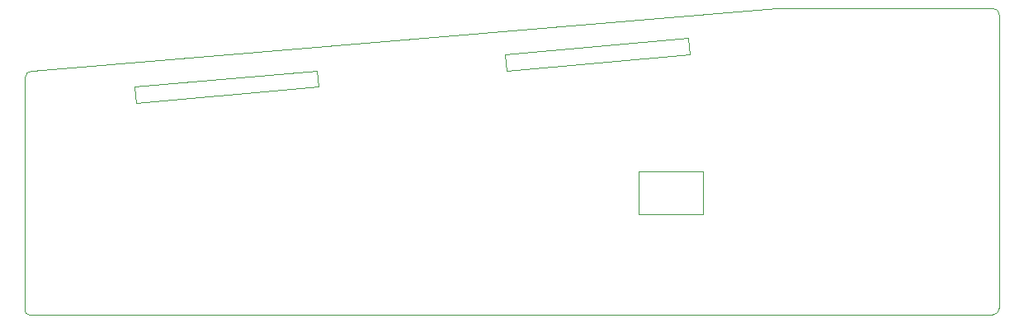
<source format=gbr>
%TF.GenerationSoftware,KiCad,Pcbnew,7.0.10*%
%TF.CreationDate,2024-04-29T09:43:27+01:00*%
%TF.ProjectId,right,72696768-742e-46b6-9963-61645f706362,rev?*%
%TF.SameCoordinates,Original*%
%TF.FileFunction,Profile,NP*%
%FSLAX46Y46*%
G04 Gerber Fmt 4.6, Leading zero omitted, Abs format (unit mm)*
G04 Created by KiCad (PCBNEW 7.0.10) date 2024-04-29 09:43:27*
%MOMM*%
%LPD*%
G01*
G04 APERTURE LIST*
%TA.AperFunction,Profile*%
%ADD10C,0.100000*%
%TD*%
G04 APERTURE END LIST*
D10*
X77000000Y-78050000D02*
G75*
G03*
X77450000Y-78500000I450000J0D01*
G01*
X77450000Y-78500000D02*
X176300000Y-78500000D01*
X177000000Y-47700000D02*
G75*
G03*
X176300000Y-47000000I-700000J0D01*
G01*
X77000000Y-78050000D02*
X77000000Y-54150000D01*
X176300000Y-78500000D02*
G75*
G03*
X177000000Y-77800000I0J700000D01*
G01*
X177000000Y-77800000D02*
X177000000Y-47700000D01*
X176300000Y-47000000D02*
X154150000Y-47000000D01*
X77744975Y-53449957D02*
G75*
G03*
X77000001Y-54150000I25J-746443D01*
G01*
X145250000Y-51750000D02*
X126450000Y-53400000D01*
X126300000Y-51700000D01*
X145100000Y-50050000D01*
X145250000Y-51750000D01*
X140000000Y-63800000D02*
X146600000Y-63800000D01*
X146600000Y-68200000D01*
X140000000Y-68200000D01*
X140000000Y-63800000D01*
X77744975Y-53450000D02*
X154150000Y-47000000D01*
X107150000Y-55050000D02*
X88400000Y-56700000D01*
X88250000Y-55050000D01*
X107000000Y-53400000D01*
X107150000Y-55050000D01*
M02*

</source>
